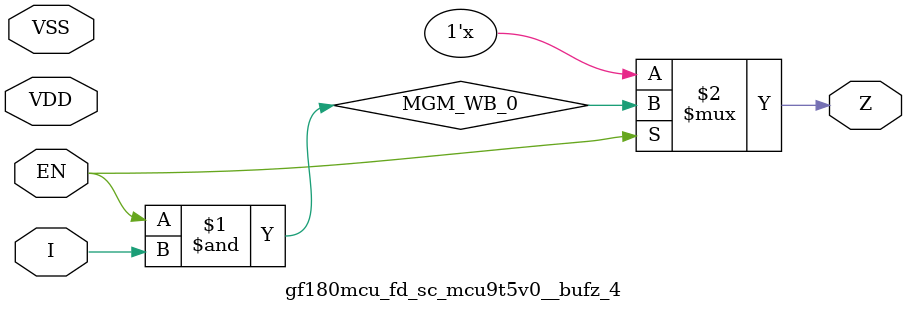
<source format=v>

module gf180mcu_fd_sc_mcu9t5v0__bufz_4( EN, I, Z, VDD, VSS );
input EN, I;
inout VDD, VSS;
output Z;

	wire MGM_WB_0;

	wire MGM_WB_1;

	and MGM_BG_0( MGM_WB_0, EN, I );

	not MGM_BG_1( MGM_WB_1, EN );

	bufif0 MGM_BG_2( Z, MGM_WB_0,MGM_WB_1 );

endmodule

</source>
